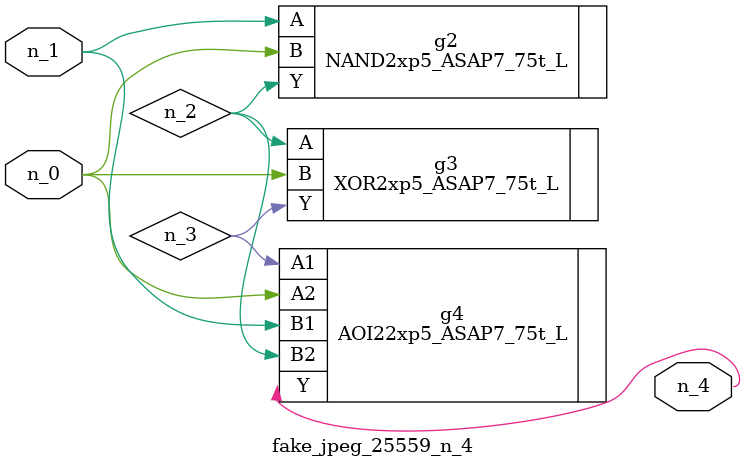
<source format=v>
module fake_jpeg_25559_n_4 (n_0, n_1, n_4);

input n_0;
input n_1;

output n_4;

wire n_2;
wire n_3;

NAND2xp5_ASAP7_75t_L g2 ( 
.A(n_1),
.B(n_0),
.Y(n_2)
);

XOR2xp5_ASAP7_75t_L g3 ( 
.A(n_2),
.B(n_0),
.Y(n_3)
);

AOI22xp5_ASAP7_75t_L g4 ( 
.A1(n_3),
.A2(n_0),
.B1(n_1),
.B2(n_2),
.Y(n_4)
);


endmodule
</source>
